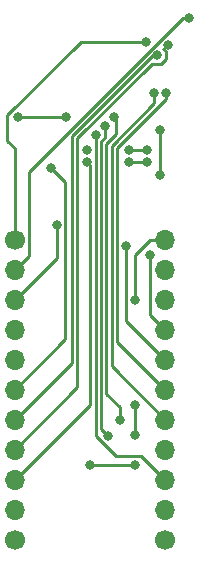
<source format=gbr>
%TF.GenerationSoftware,KiCad,Pcbnew,(6.0.5-0)*%
%TF.CreationDate,2022-07-24T01:31:31-06:00*%
%TF.ProjectId,esp-12-smd-to-dip,6573702d-3132-42d7-936d-642d746f2d64,rev?*%
%TF.SameCoordinates,Original*%
%TF.FileFunction,Copper,L2,Bot*%
%TF.FilePolarity,Positive*%
%FSLAX46Y46*%
G04 Gerber Fmt 4.6, Leading zero omitted, Abs format (unit mm)*
G04 Created by KiCad (PCBNEW (6.0.5-0)) date 2022-07-24 01:31:31*
%MOMM*%
%LPD*%
G01*
G04 APERTURE LIST*
%TA.AperFunction,ComponentPad*%
%ADD10C,1.700000*%
%TD*%
%TA.AperFunction,ComponentPad*%
%ADD11O,1.700000X1.700000*%
%TD*%
%TA.AperFunction,ViaPad*%
%ADD12C,0.800000*%
%TD*%
%TA.AperFunction,Conductor*%
%ADD13C,0.250000*%
%TD*%
G04 APERTURE END LIST*
D10*
%TO.P,J1,1,Pin_1*%
%TO.N,vcc*%
X121920000Y-66040000D03*
D11*
%TO.P,J1,2,Pin_2*%
%TO.N,gnd*%
X121920000Y-68580000D03*
%TO.P,J1,3,Pin_3*%
%TO.N,en*%
X121920000Y-71120000D03*
%TO.P,J1,4,Pin_4*%
%TO.N,rst*%
X121920000Y-73660000D03*
%TO.P,J1,5,Pin_5*%
%TO.N,adc*%
X121920000Y-76200000D03*
%TO.P,J1,6,Pin_6*%
%TO.N,miso*%
X121920000Y-78740000D03*
%TO.P,J1,7,Pin_7*%
%TO.N,mosi*%
X121920000Y-81280000D03*
%TO.P,J1,8,Pin_8*%
%TO.N,sclk*%
X121920000Y-83820000D03*
%TO.P,J1,9,Pin_9*%
%TO.N,cs*%
X121920000Y-86360000D03*
%TO.P,J1,10,Pin_10*%
%TO.N,tx*%
X121920000Y-88900000D03*
D10*
%TO.P,J1,11,Pin_11*%
%TO.N,rx*%
X121920000Y-91440000D03*
%TD*%
%TO.P,J2,1,Pin_1*%
%TO.N,gpio16*%
X134620000Y-91440000D03*
D11*
%TO.P,J2,2,Pin_2*%
%TO.N,gpio15*%
X134620000Y-88900000D03*
%TO.P,J2,3,Pin_3*%
%TO.N,gpio14*%
X134620000Y-86360000D03*
%TO.P,J2,4,Pin_4*%
%TO.N,gpio13*%
X134620000Y-83820000D03*
%TO.P,J2,5,Pin_5*%
%TO.N,gpio12*%
X134620000Y-81280000D03*
%TO.P,J2,6,Pin_6*%
%TO.N,gpio10*%
X134620000Y-78740000D03*
%TO.P,J2,7,Pin_7*%
%TO.N,gpio9*%
X134620000Y-76200000D03*
%TO.P,J2,8,Pin_8*%
%TO.N,gpio5*%
X134620000Y-73660000D03*
%TO.P,J2,9,Pin_9*%
%TO.N,gpio4*%
X134620000Y-71120000D03*
%TO.P,J2,10,Pin_10*%
%TO.N,gpio2*%
X134620000Y-68580000D03*
%TO.P,J2,11,Pin_11*%
%TO.N,gpio0*%
X134620000Y-66040000D03*
%TD*%
D12*
%TO.N,cs*%
X131572000Y-59436000D03*
X128016000Y-59436000D03*
X133096000Y-59436000D03*
%TO.N,gnd*%
X136652000Y-47244000D03*
%TO.N,en*%
X125476000Y-64770000D03*
%TO.N,miso*%
X124968000Y-59944000D03*
X131572000Y-58420000D03*
X122174000Y-55626000D03*
X128016000Y-58420000D03*
X126238000Y-55626000D03*
X133096000Y-58420000D03*
%TO.N,mosi*%
X133984992Y-50418992D03*
%TO.N,sclk*%
X134874000Y-49530000D03*
%TO.N,gpio0*%
X132080000Y-80010000D03*
X132080000Y-82550000D03*
X132080000Y-85090000D03*
X128270000Y-85090000D03*
X132080000Y-71120000D03*
%TO.N,gpio5*%
X133350000Y-67310000D03*
%TO.N,gpio9*%
X131318000Y-66548000D03*
%TO.N,gpio10*%
X134747000Y-53594000D03*
%TO.N,gpio16*%
X129540000Y-56388000D03*
X129798299Y-82672701D03*
%TO.N,gpio12*%
X133747497Y-53594000D03*
%TO.N,gpio14*%
X128778000Y-57150000D03*
%TO.N,gpio15*%
X130302000Y-55626000D03*
X130810000Y-81280000D03*
%TO.N,vcc*%
X133058500Y-49276000D03*
X134239000Y-56769000D03*
X134239000Y-60579000D03*
%TD*%
D13*
%TO.N,cs*%
X128270000Y-59690000D02*
X128270000Y-80010000D01*
X131572000Y-59436000D02*
X133096000Y-59436000D01*
X128016000Y-59436000D02*
X128270000Y-59690000D01*
X128270000Y-80010000D02*
X121920000Y-86360000D01*
%TO.N,gnd*%
X123094511Y-60284875D02*
X123094511Y-67405489D01*
X136135386Y-47244000D02*
X123094511Y-60284875D01*
X123094511Y-67405489D02*
X121920000Y-68580000D01*
X136652000Y-47244000D02*
X136135386Y-47244000D01*
%TO.N,en*%
X125476000Y-64770000D02*
X125476000Y-67564000D01*
X125476000Y-67564000D02*
X121920000Y-71120000D01*
%TO.N,miso*%
X126238000Y-55626000D02*
X122174000Y-55626000D01*
X133096000Y-58420000D02*
X131572000Y-58420000D01*
X124968000Y-59944000D02*
X126200511Y-61176511D01*
X126200511Y-61176511D02*
X126200511Y-74459489D01*
X126200511Y-74459489D02*
X121920000Y-78740000D01*
%TO.N,mosi*%
X133596112Y-50418992D02*
X126746000Y-57269104D01*
X133984992Y-50418992D02*
X133596112Y-50418992D01*
X126746000Y-57269104D02*
X126746000Y-76454000D01*
X126746000Y-76454000D02*
X121920000Y-81280000D01*
%TO.N,sclk*%
X134709503Y-50118889D02*
X134709503Y-50719095D01*
X127195520Y-57455302D02*
X127195520Y-78544480D01*
X133507319Y-51143503D02*
X127195520Y-57455302D01*
X134497307Y-49906693D02*
X134709503Y-50118889D01*
X134285095Y-51143503D02*
X133507319Y-51143503D01*
X127195520Y-78544480D02*
X121920000Y-83820000D01*
X134874000Y-49530000D02*
X134497307Y-49906693D01*
X134709503Y-50719095D02*
X134285095Y-51143503D01*
%TO.N,gpio0*%
X132080000Y-67310000D02*
X133350000Y-66040000D01*
X132080000Y-71120000D02*
X132080000Y-67310000D01*
X128270000Y-85090000D02*
X132080000Y-85090000D01*
X132080000Y-82550000D02*
X132080000Y-80010000D01*
X133350000Y-66040000D02*
X134620000Y-66040000D01*
%TO.N,gpio5*%
X133350000Y-72390000D02*
X134620000Y-73660000D01*
X133350000Y-67310000D02*
X133350000Y-72390000D01*
%TO.N,gpio9*%
X131318000Y-72898000D02*
X134620000Y-76200000D01*
X131318000Y-66548000D02*
X131318000Y-72898000D01*
%TO.N,gpio10*%
X134747000Y-53594000D02*
X134747000Y-54112767D01*
X130576080Y-58283687D02*
X130576080Y-74696080D01*
X134747000Y-54112767D02*
X130576080Y-58283687D01*
X130576080Y-74696080D02*
X134620000Y-78740000D01*
%TO.N,gpio16*%
X129798299Y-82672701D02*
X129227520Y-82101922D01*
X129227520Y-82101922D02*
X129227520Y-57725094D01*
X129227520Y-57725094D02*
X129540000Y-57412614D01*
X129540000Y-57412614D02*
X129540000Y-56388000D01*
%TO.N,gpio12*%
X130126560Y-58097489D02*
X130126560Y-76786560D01*
X133747497Y-53594000D02*
X133747497Y-54476552D01*
X133747497Y-54476552D02*
X130126560Y-58097489D01*
X130126560Y-76786560D02*
X134620000Y-81280000D01*
%TO.N,gpio14*%
X128778000Y-57150000D02*
X128778000Y-82677000D01*
X130466489Y-84365489D02*
X132625489Y-84365489D01*
X128778000Y-82677000D02*
X130466489Y-84365489D01*
X132625489Y-84365489D02*
X134620000Y-86360000D01*
%TO.N,gpio15*%
X130810000Y-80255386D02*
X130810000Y-81280000D01*
X130302000Y-55626000D02*
X130310614Y-55626000D01*
X130310614Y-55626000D02*
X130518511Y-55833897D01*
X130518511Y-57069820D02*
X129677040Y-57911291D01*
X129677040Y-79122426D02*
X130810000Y-80255386D01*
X129677040Y-57911291D02*
X129677040Y-79122426D01*
X130518511Y-55833897D02*
X130518511Y-57069820D01*
%TO.N,vcc*%
X121285000Y-55490386D02*
X127499386Y-49276000D01*
X121920000Y-66040000D02*
X121920000Y-58293000D01*
X127499386Y-49276000D02*
X133058500Y-49276000D01*
X121920000Y-58293000D02*
X121285000Y-57658000D01*
X121285000Y-57658000D02*
X121285000Y-55490386D01*
X134239000Y-56769000D02*
X134239000Y-60579000D01*
%TD*%
M02*

</source>
